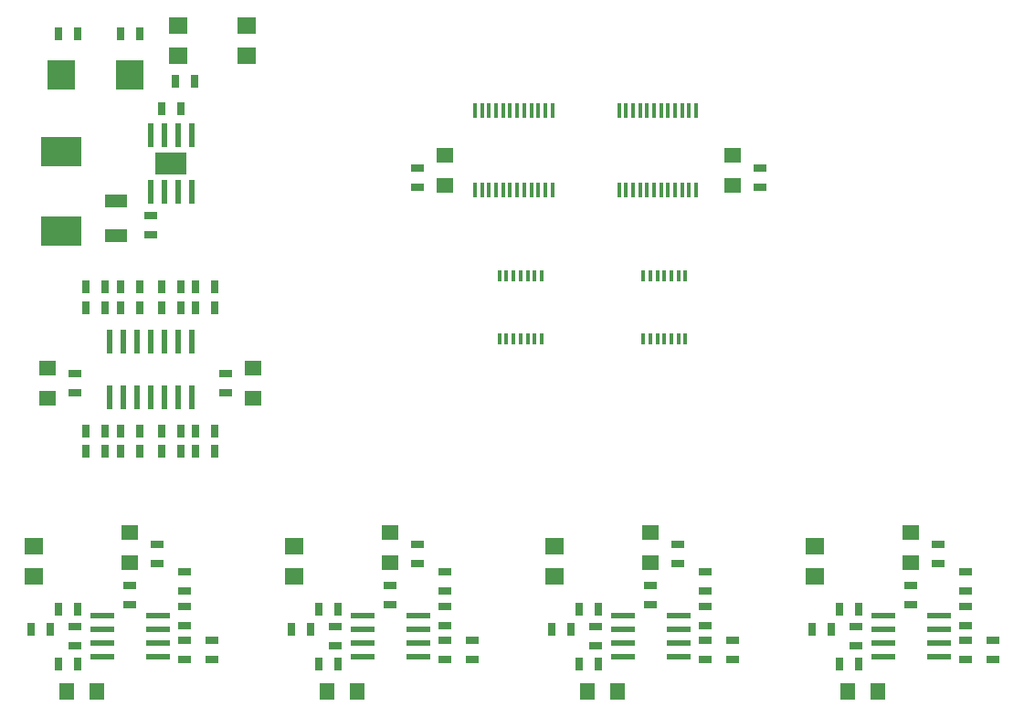
<source format=gtp>
G75*
%MOIN*%
%OFA0B0*%
%FSLAX25Y25*%
%IPPOS*%
%LPD*%
%AMOC8*
5,1,8,0,0,1.08239X$1,22.5*
%
%ADD10R,0.04724X0.03150*%
%ADD11R,0.05512X0.06299*%
%ADD12R,0.06299X0.05512*%
%ADD13R,0.03150X0.04724*%
%ADD14R,0.10039X0.10630*%
%ADD15R,0.14961X0.11024*%
%ADD16R,0.02400X0.08700*%
%ADD17R,0.07874X0.04724*%
%ADD18R,0.07087X0.06299*%
%ADD19R,0.08661X0.02362*%
%ADD20R,0.01370X0.05500*%
%ADD21R,0.11800X0.07874*%
%ADD22R,0.01200X0.03900*%
D10*
X0028500Y0040207D03*
X0028500Y0047293D03*
X0048500Y0055207D03*
X0048500Y0062293D03*
X0058500Y0070207D03*
X0058500Y0077293D03*
X0068500Y0067293D03*
X0068500Y0060207D03*
X0068500Y0054793D03*
X0068500Y0047707D03*
X0068500Y0042293D03*
X0068500Y0035207D03*
X0078500Y0035207D03*
X0078500Y0042293D03*
X0123500Y0040207D03*
X0123500Y0047293D03*
X0143500Y0055207D03*
X0143500Y0062293D03*
X0153500Y0070207D03*
X0153500Y0077293D03*
X0163500Y0067293D03*
X0163500Y0060207D03*
X0163500Y0054793D03*
X0163500Y0047707D03*
X0163500Y0042293D03*
X0163500Y0035207D03*
X0173500Y0035207D03*
X0173500Y0042293D03*
X0218500Y0040207D03*
X0218500Y0047293D03*
X0238500Y0055207D03*
X0238500Y0062293D03*
X0248500Y0070207D03*
X0248500Y0077293D03*
X0258500Y0067293D03*
X0258500Y0060207D03*
X0258500Y0054793D03*
X0258500Y0047707D03*
X0258500Y0042293D03*
X0258500Y0035207D03*
X0268500Y0035207D03*
X0268500Y0042293D03*
X0313500Y0040207D03*
X0313500Y0047293D03*
X0333500Y0055207D03*
X0333500Y0062293D03*
X0343500Y0070207D03*
X0343500Y0077293D03*
X0353500Y0067293D03*
X0353500Y0060207D03*
X0353500Y0054793D03*
X0353500Y0047707D03*
X0353500Y0042293D03*
X0353500Y0035207D03*
X0363500Y0035207D03*
X0363500Y0042293D03*
X0278500Y0207707D03*
X0278500Y0214793D03*
X0153500Y0214793D03*
X0153500Y0207707D03*
X0083500Y0139793D03*
X0083500Y0132707D03*
X0028500Y0132707D03*
X0028500Y0139793D03*
X0056000Y0190207D03*
X0056000Y0197293D03*
D11*
X0025488Y0023750D03*
X0036512Y0023750D03*
X0120488Y0023750D03*
X0131512Y0023750D03*
X0215488Y0023750D03*
X0226512Y0023750D03*
X0310488Y0023750D03*
X0321512Y0023750D03*
D12*
X0333500Y0070738D03*
X0333500Y0081762D03*
X0238500Y0081762D03*
X0238500Y0070738D03*
X0143500Y0070738D03*
X0143500Y0081762D03*
X0093500Y0130738D03*
X0093500Y0141762D03*
X0018500Y0141762D03*
X0018500Y0130738D03*
X0048500Y0081762D03*
X0048500Y0070738D03*
X0163500Y0208238D03*
X0163500Y0219262D03*
X0268500Y0219262D03*
X0268500Y0208238D03*
D13*
X0079543Y0171250D03*
X0072457Y0171250D03*
X0067043Y0171250D03*
X0059957Y0171250D03*
X0059957Y0163750D03*
X0067043Y0163750D03*
X0072457Y0163750D03*
X0079543Y0163750D03*
X0052043Y0163750D03*
X0044957Y0163750D03*
X0039543Y0163750D03*
X0032457Y0163750D03*
X0032457Y0171250D03*
X0039543Y0171250D03*
X0044957Y0171250D03*
X0052043Y0171250D03*
X0052043Y0118750D03*
X0044957Y0118750D03*
X0039543Y0118750D03*
X0032457Y0118750D03*
X0032457Y0111250D03*
X0039543Y0111250D03*
X0044957Y0111250D03*
X0052043Y0111250D03*
X0059957Y0111250D03*
X0067043Y0111250D03*
X0072457Y0111250D03*
X0079543Y0111250D03*
X0079543Y0118750D03*
X0072457Y0118750D03*
X0067043Y0118750D03*
X0059957Y0118750D03*
X0029543Y0053750D03*
X0022457Y0053750D03*
X0019543Y0046250D03*
X0012457Y0046250D03*
X0022457Y0033750D03*
X0029543Y0033750D03*
X0107457Y0046250D03*
X0114543Y0046250D03*
X0117457Y0053750D03*
X0124543Y0053750D03*
X0124543Y0033750D03*
X0117457Y0033750D03*
X0202457Y0046250D03*
X0209543Y0046250D03*
X0212457Y0053750D03*
X0219543Y0053750D03*
X0219543Y0033750D03*
X0212457Y0033750D03*
X0297457Y0046250D03*
X0304543Y0046250D03*
X0307457Y0053750D03*
X0314543Y0053750D03*
X0314543Y0033750D03*
X0307457Y0033750D03*
X0067043Y0236250D03*
X0059957Y0236250D03*
X0064957Y0246250D03*
X0072043Y0246250D03*
X0052043Y0263750D03*
X0044957Y0263750D03*
X0029543Y0263750D03*
X0022457Y0263750D03*
D14*
X0023520Y0248750D03*
X0048480Y0248750D03*
D15*
X0023500Y0220817D03*
X0023500Y0191683D03*
D16*
X0056000Y0205950D03*
X0061000Y0205950D03*
X0066000Y0205950D03*
X0071000Y0205950D03*
X0071000Y0226550D03*
X0066000Y0226550D03*
X0061000Y0226550D03*
X0056000Y0226550D03*
X0056000Y0151500D03*
X0051000Y0151500D03*
X0046000Y0151500D03*
X0041000Y0151500D03*
X0061000Y0151500D03*
X0066000Y0151500D03*
X0071000Y0151500D03*
X0071000Y0131000D03*
X0066000Y0131000D03*
X0061000Y0131000D03*
X0056000Y0131000D03*
X0051000Y0131000D03*
X0046000Y0131000D03*
X0041000Y0131000D03*
D17*
X0043500Y0189951D03*
X0043500Y0202549D03*
D18*
X0066000Y0255738D03*
X0066000Y0266762D03*
X0091000Y0266762D03*
X0091000Y0255738D03*
X0108500Y0076762D03*
X0108500Y0065738D03*
X0013500Y0065738D03*
X0013500Y0076762D03*
X0203500Y0076762D03*
X0203500Y0065738D03*
X0298500Y0065738D03*
X0298500Y0076762D03*
D19*
X0323264Y0051250D03*
X0323264Y0046250D03*
X0323264Y0041250D03*
X0323264Y0036250D03*
X0343736Y0036250D03*
X0343736Y0041250D03*
X0343736Y0046250D03*
X0343736Y0051250D03*
X0248736Y0051250D03*
X0248736Y0046250D03*
X0248736Y0041250D03*
X0248736Y0036250D03*
X0228264Y0036250D03*
X0228264Y0041250D03*
X0228264Y0046250D03*
X0228264Y0051250D03*
X0153736Y0051250D03*
X0153736Y0046250D03*
X0153736Y0041250D03*
X0153736Y0036250D03*
X0133264Y0036250D03*
X0133264Y0041250D03*
X0133264Y0046250D03*
X0133264Y0051250D03*
X0058736Y0051250D03*
X0058736Y0046250D03*
X0058736Y0041250D03*
X0058736Y0036250D03*
X0038264Y0036250D03*
X0038264Y0041250D03*
X0038264Y0046250D03*
X0038264Y0051250D03*
D20*
X0174425Y0206856D03*
X0176984Y0206856D03*
X0179543Y0206856D03*
X0182102Y0206856D03*
X0184661Y0206856D03*
X0187220Y0206856D03*
X0189780Y0206856D03*
X0192339Y0206856D03*
X0194898Y0206856D03*
X0197457Y0206856D03*
X0200016Y0206856D03*
X0202575Y0206856D03*
X0226925Y0206856D03*
X0229484Y0206856D03*
X0232043Y0206856D03*
X0234602Y0206856D03*
X0237161Y0206856D03*
X0239720Y0206856D03*
X0242280Y0206856D03*
X0244839Y0206856D03*
X0247398Y0206856D03*
X0249957Y0206856D03*
X0252516Y0206856D03*
X0255075Y0206856D03*
X0255075Y0235644D03*
X0252516Y0235644D03*
X0249957Y0235644D03*
X0247398Y0235644D03*
X0244839Y0235644D03*
X0242280Y0235644D03*
X0239720Y0235644D03*
X0237161Y0235644D03*
X0234602Y0235644D03*
X0232043Y0235644D03*
X0229484Y0235644D03*
X0226925Y0235644D03*
X0202575Y0235644D03*
X0200016Y0235644D03*
X0197457Y0235644D03*
X0194898Y0235644D03*
X0192339Y0235644D03*
X0189780Y0235644D03*
X0187220Y0235644D03*
X0184661Y0235644D03*
X0182102Y0235644D03*
X0179543Y0235644D03*
X0176984Y0235644D03*
X0174425Y0235644D03*
D21*
X0063500Y0216250D03*
D22*
X0183323Y0175237D03*
X0185882Y0175237D03*
X0188441Y0175237D03*
X0191000Y0175237D03*
X0193559Y0175237D03*
X0196118Y0175237D03*
X0198677Y0175237D03*
X0198677Y0152263D03*
X0196118Y0152263D03*
X0193559Y0152263D03*
X0191000Y0152263D03*
X0188441Y0152263D03*
X0185882Y0152263D03*
X0183323Y0152263D03*
X0235823Y0152263D03*
X0238382Y0152263D03*
X0240941Y0152263D03*
X0243500Y0152263D03*
X0246059Y0152263D03*
X0248618Y0152263D03*
X0251177Y0152263D03*
X0251177Y0175237D03*
X0248618Y0175237D03*
X0246059Y0175237D03*
X0243500Y0175237D03*
X0240941Y0175237D03*
X0238382Y0175237D03*
X0235823Y0175237D03*
M02*

</source>
